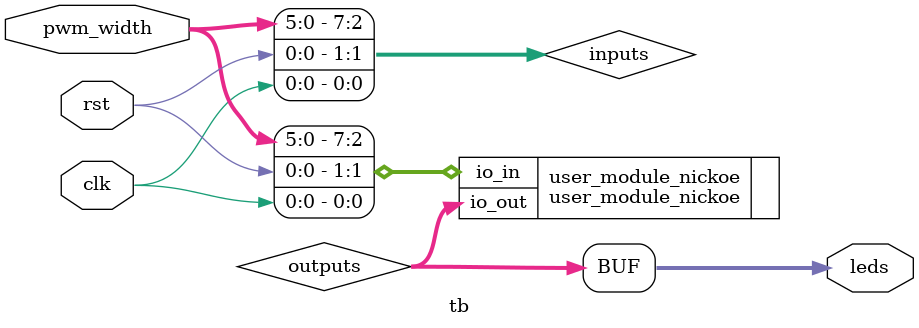
<source format=v>
`default_nettype none
`timescale 1ns/1ps

/*
this testbench just instantiates the module and makes some convenient wires
that can be driven / tested by the cocotb test.py
*/

module tb (
    // testbench is controlled by test.py
    input clk,
    input rst,
    output [7:0] leds,
    input [5:0] pwm_width
   );

    // this part dumps the trace to a vcd file that can be viewed with GTKWave
    initial begin
        $dumpfile ("tb.vcd");
        $dumpvars (0, tb);
        #1;
    end

    // wire up the inputs and outputs
    wire [7:0] inputs = {pwm_width, rst, clk};
    wire [7:0] outputs;
    assign leds = outputs[7:0];

    // instantiate the DUT
    user_module_nickoe #() user_module_nickoe(
        .io_in  (inputs),
        .io_out (outputs)
        );

endmodule

</source>
